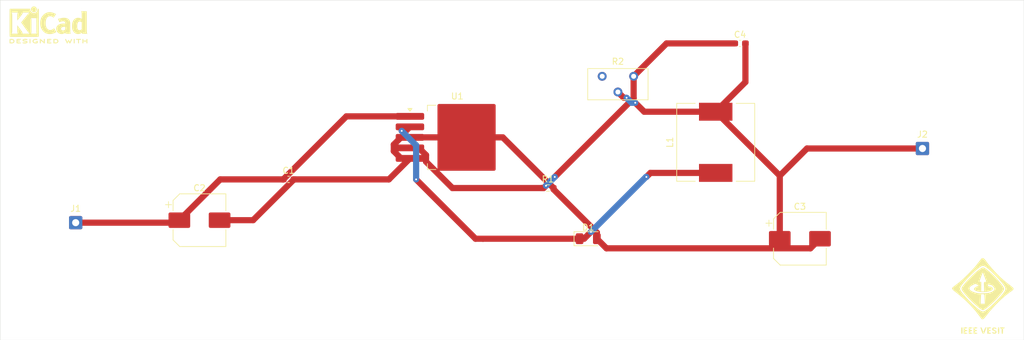
<source format=kicad_pcb>
(kicad_pcb (version 20241229) (generator "pcbnew") (generator_version "9.0")
  (layers (0 "F.Cu" signal) (2 "B.Cu" signal) (13 "F.Paste" user) (15 "B.Paste" user) (5 "F.SilkS" user "F.Silkscreen") (7 "B.SilkS" user "B.Silkscreen") (1 "F.Mask" user) (3 "B.Mask" user) (25 "Edge.Cuts" user))
  (net 0 "")
  (net 1 "Net-(J1-Pin_1)")
  (net 2 "GND")
  (net 3 "Net-(J2-Pin_1)")
  (net 4 "Net-(U1-FB)")
  (net 5 "Net-(D1-K)")
  (footprint "Connector_Wire:SolderWire-0.5sqmm_1x01_D0.9mm_OD2.1mm" (layer "F.Cu") (at 207.6 90.6)
    (property "Reference" "J2" (at 0 -2.28 0) (layer "F.SilkS"))
    (property "Value" "Screw_Terminal_01x02")
    (pad "1" thru_hole roundrect (at 0 0) (size 2.15 2.15) (drill 1.15) (layers "*.Cu" "*.Mask") (roundrect_rratio 0.116279) (net 3 "Net-(J2-Pin_1)"))
  )
  (footprint "Symbol:KiCad-Logo2_5mm_SilkScreen" (layer "F.Cu") (at 66.4 70.6)
    (property "Reference" "REF**" (hide yes))
    (property "Value" "KiCad-Logo2_5mm_SilkScreen" (hide yes))
  )
  (footprint "Inductor_SMD:L_12x12mm_H8mm" (layer "F.Cu") (at 174.2 89.6 90)
    (property "Reference" "L1" (at 0 -7.4 90) (layer "F.SilkS"))
    (property "Value" "470m")
    (pad "1" smd rect (at -4.95 0 90) (size 2.9 5.4) (layers "F.Cu" "F.Mask" "F.Paste") (net 5 "Net-(D1-K)"))
    (pad "2" smd rect (at 4.95 0 90) (size 2.9 5.4) (layers "F.Cu" "F.Mask" "F.Paste") (net 3 "Net-(J2-Pin_1)"))
  )
  (footprint "Capacitor_SMD:C_0603_1608Metric_Pad1.08x0.95mm_HandSolder" (layer "F.Cu") (at 105.2 95.6)
    (property "Reference" "C1" (at 0 -1.43 0) (layer "F.SilkS"))
    (property "Value" "100nF")
    (pad "1" smd roundrect (at -0.8625 0) (size 1.075 0.95) (layers "F.Cu" "F.Mask" "F.Paste") (net 1 "Net-(J1-Pin_1)"))
    (pad "2" smd roundrect (at 0.8625 0) (size 1.075 0.95) (layers "F.Cu" "F.Mask" "F.Paste") (net 2 "GND"))
  )
  (footprint "Capacitor_SMD:CP_Elec_8x10" (layer "F.Cu") (at 90.8 102.2)
    (property "Reference" "C2" (at 0 -5.2 0) (layer "F.SilkS"))
    (property "Value" "100uF")
    (pad "1" smd roundrect (at -3.25 0) (size 3.5 2.5) (layers "F.Cu" "F.Mask" "F.Paste") (roundrect_rratio 0.1) (net 1 "Net-(J1-Pin_1)"))
    (pad "2" smd roundrect (at 3.25 0) (size 3.5 2.5) (layers "F.Cu" "F.Mask" "F.Paste") (roundrect_rratio 0.1) (net 2 "GND"))
  )
  (footprint "LOGO" (layer "F.Cu") (at 217.6 114.8)
    (property "Reference" "REF**" (hide yes))
    (property "Value" "LOGO" (hide yes))
  )
  (footprint "Package_TO_SOT_SMD:TO-263-5_TabPin3" (layer "F.Cu") (at 132.45 88.8)
    (property "Reference" "U1" (at 0 -6.65 0) (layer "F.SilkS"))
    (property "Value" "LM2596S-ADJ")
    (pad "1" smd roundrect (at -7.65 -3.4) (size 4.6 1.1) (layers "F.Cu" "F.Mask" "F.Paste") (roundrect_rratio 0.227273) (net 1 "Net-(J1-Pin_1)"))
    (pad "2" smd roundrect (at -7.65 -1.7) (size 4.6 1.1) (layers "F.Cu" "F.Mask" "F.Paste") (roundrect_rratio 0.227273) (net 5 "Net-(D1-K)"))
    (pad "3" smd roundrect (at -7.65 0) (size 4.6 1.1) (layers "F.Cu" "F.Mask" "F.Paste") (roundrect_rratio 0.227273) (net 2 "GND"))
    (pad "3" smd roundrect (at 1.5 0) (size 9.4 10.8) (layers "F.Cu" "F.Mask") (roundrect_rratio 0.026596) (net 2 "GND"))
    (pad "4" smd roundrect (at -7.65 1.7) (size 4.6 1.1) (layers "F.Cu" "F.Mask" "F.Paste") (roundrect_rratio 0.227273) (net 4 "Net-(U1-FB)"))
    (pad "5" smd roundrect (at -7.65 3.4) (size 4.6 1.1) (layers "F.Cu" "F.Mask" "F.Paste") (roundrect_rratio 0.227273) (net 2 "GND"))
  )
  (footprint "Diode_SMD:D_1206_3216Metric" (layer "F.Cu") (at 153.6 105.2)
    (property "Reference" "D1" (at 0 -1.83 0) (layer "F.SilkS"))
    (property "Value" "1N5822")
    (pad "1" smd roundrect (at -1.4 0) (size 1.25 1.75) (layers "F.Cu" "F.Mask" "F.Paste") (roundrect_rratio 0.2) (net 5 "Net-(D1-K)"))
    (pad "2" smd roundrect (at 1.4 0) (size 1.25 1.75) (layers "F.Cu" "F.Mask" "F.Paste") (roundrect_rratio 0.2) (net 2 "GND"))
  )
  (footprint "Capacitor_SMD:CP_Elec_8x10" (layer "F.Cu") (at 187.8 105.2)
    (property "Reference" "C3" (at 0 -5.2 0) (layer "F.SilkS"))
    (property "Value" "220uF")
    (pad "1" smd roundrect (at -3.25 0) (size 3.5 2.5) (layers "F.Cu" "F.Mask" "F.Paste") (roundrect_rratio 0.1) (net 3 "Net-(J2-Pin_1)"))
    (pad "2" smd roundrect (at 3.25 0) (size 3.5 2.5) (layers "F.Cu" "F.Mask" "F.Paste") (roundrect_rratio 0.1) (net 2 "GND"))
  )
  (footprint "Potentiometer_THT:Potentiometer_Bourns_3296Y_Vertical" (layer "F.Cu") (at 160.94 78.92)
    (property "Reference" "R2" (at -2.54 -2.39 0) (layer "F.SilkS"))
    (property "Value" "103")
    (pad "1" thru_hole circle (at 0 0) (size 1.44 1.44) (drill 0.8) (layers "*.Cu" "*.Mask") (net 4 "Net-(U1-FB)"))
    (pad "2" thru_hole circle (at -2.54 2.54) (size 1.44 1.44) (drill 0.8) (layers "*.Cu" "*.Mask") (net 3 "Net-(J2-Pin_1)"))
    (pad "3" thru_hole circle (at -5.08 0) (size 1.44 1.44) (drill 0.8) (layers "*.Cu" "*.Mask"))
  )
  (footprint "Capacitor_SMD:C_0603_1608Metric_Pad1.08x0.95mm_HandSolder" (layer "F.Cu") (at 178.1375 73.6)
    (property "Reference" "C4" (at 0 -1.43 0) (layer "F.SilkS"))
    (property "Value" "100nF")
    (pad "1" smd roundrect (at -0.8625 0) (size 1.075 0.95) (layers "F.Cu" "F.Mask" "F.Paste") (net 4 "Net-(U1-FB)"))
    (pad "2" smd roundrect (at 0.8625 0) (size 1.075 0.95) (layers "F.Cu" "F.Mask" "F.Paste") (net 3 "Net-(J2-Pin_1)"))
  )
  (footprint "Connector_Wire:SolderWire-0.5sqmm_1x01_D0.9mm_OD2.1mm" (layer "F.Cu") (at 70.8 102.6)
    (property "Reference" "J1" (at 0 -2.28 0) (layer "F.SilkS"))
    (property "Value" "Screw_Terminal_01x02")
    (pad "1" thru_hole roundrect (at 0 0) (size 2.15 2.15) (drill 1.15) (layers "*.Cu" "*.Mask") (roundrect_rratio 0.116279) (net 1 "Net-(J1-Pin_1)"))
  )
  (footprint "Resistor_SMD:R_0603_1608Metric_Pad0.98x0.95mm_HandSolder" (layer "F.Cu") (at 147.0875 97)
    (property "Reference" "R1" (at 0 -1.43 0) (layer "F.SilkS"))
    (property "Value" "330")
    (pad "1" smd roundrect (at -0.9125 0) (size 0.975 0.95) (layers "F.Cu" "F.Mask" "F.Paste") (net 4 "Net-(U1-FB)"))
    (pad "2" smd roundrect (at 0.9125 0) (size 0.975 0.95) (layers "F.Cu" "F.Mask" "F.Paste") (net 2 "GND"))
  )
  (gr_rect (start 58.6 66.6) (end 224 121.6) (stroke (width 0.05)) (fill no) (layer "Edge.Cuts"))
  (segment (start 94.15 95.6) (end 104.3375 95.6) (width 1) (layers "F.Cu" "F.Mask") (net 1))
  (segment (start 104.3375 95.6) (end 114.5375 85.4) (width 1) (layers "F.Cu" "F.Mask") (net 1))
  (segment (start 87.15 102.6) (end 87.55 102.2) (width 1) (layer "F.Cu") (net 1))
  (segment (start 114.5375 85.4) (end 124.8 85.4) (width 1) (layers "F.Cu" "F.Mask") (net 1))
  (segment (start 87.55 102.2) (end 94.15 95.6) (width 1) (layers "F.Cu" "F.Mask") (net 1))
  (segment (start 70.8 102.6) (end 87.15 102.6) (width 1) (layers "F.Cu" "F.Mask") (net 1))
  (segment (start 121.4 95.6) (end 124.8 92.2) (width 1) (layers "F.Cu" "F.Mask") (net 2))
  (segment (start 122.199 89.96484) (end 123.36384 88.8) (width 1) (layers "F.Cu" "F.Mask") (net 2))
  (segment (start 148 97) (end 139.8 88.8) (width 1) (layers "F.Cu" "F.Mask") (net 2))
  (segment (start 124.8 92.2) (end 123.36384 92.2) (width 1) (layer "F.Cu") (net 2))
  (segment (start 189.499 106.751) (end 156.551 106.751) (width 1) (layers "F.Cu" "F.Mask") (net 2))
  (segment (start 124.8 88.8) (end 133.95 88.8) (width 1) (layers "F.Cu" "F.Mask") (net 2))
  (segment (start 123.36384 92.2) (end 122.199 91.03516) (width 1) (layers "F.Cu" "F.Mask") (net 2))
  (segment (start 148 97) (end 148 97.2) (width 1) (layer "F.Cu") (net 2))
  (segment (start 99.4625 102.2) (end 106.0625 95.6) (width 1) (layers "F.Cu" "F.Mask") (net 2))
  (segment (start 94.05 102.2) (end 99.4625 102.2) (width 1) (layers "F.Cu" "F.Mask") (net 2))
  (segment (start 122.199 91.03516) (end 122.199 89.96484) (width 1) (layers "F.Cu" "F.Mask") (net 2))
  (segment (start 139.8 88.8) (end 133.95 88.8) (width 1) (layers "F.Cu" "F.Mask") (net 2))
  (segment (start 156.551 106.751) (end 155 105.2) (width 1) (layers "F.Cu" "F.Mask") (net 2))
  (segment (start 123.36384 88.8) (end 124.8 88.8) (width 1) (layers "F.Cu" "F.Mask") (net 2))
  (segment (start 106.0625 95.6) (end 121.4 95.6) (width 1) (layers "F.Cu" "F.Mask") (net 2))
  (segment (start 155 104.2) (end 155 105.2) (width 1) (layer "F.Cu") (net 2))
  (segment (start 191.05 105.2) (end 189.499 106.751) (width 1) (layers "F.Cu" "F.Mask") (net 2))
  (segment (start 148 97.2) (end 155 104.2) (width 1) (layers "F.Cu" "F.Mask") (net 2))
  (segment (start 179 79.85) (end 174.2 84.65) (width 1) (layers "F.Cu" "F.Mask") (net 3))
  (segment (start 179 73.6) (end 179 79.85) (width 1) (layers "F.Cu" "F.Mask") (net 3))
  (segment (start 184.55 105.2) (end 184.55 95) (width 1) (layers "F.Cu" "F.Mask") (net 3))
  (segment (start 174.2 84.65) (end 162.65 84.65) (width 1) (layers "F.Cu" "F.Mask") (net 3))
  (segment (start 188.95 90.6) (end 184.55 95) (width 1) (layers "F.Cu" "F.Mask") (net 3))
  (segment (start 162.65 84.65) (end 161.2 83.2) (width 1) (layers "F.Cu" "F.Mask") (net 3))
  (segment (start 184.55 95) (end 174.2 84.65) (width 1) (layers "F.Cu" "F.Mask") (net 3))
  (segment (start 207.6 90.6) (end 188.95 90.6) (width 1) (layers "F.Cu" "F.Mask") (net 3))
  (segment (start 159.8 82.4) (end 159.34 82.4) (width 1) (layers "F.Cu" "F.Mask") (net 3))
  (segment (start 159.34 82.4) (end 158.4 81.46) (width 1) (layers "F.Cu" "F.Mask") (net 3))
  (via (at 161.2 83.2) (size 0.6) (drill 0.3) (layers "F.Cu" "B.Cu") (net 3))
  (via (at 159.8 82.4) (size 0.6) (drill 0.3) (layers "F.Cu" "B.Cu") (net 3))
  (segment (start 161.2 83.2) (end 160.6 83.2) (width 1) (layers "B.Cu" "B.Mask") (net 3))
  (segment (start 160.6 83.2) (end 159.8 82.4) (width 1) (layers "B.Cu" "B.Mask") (net 3))
  (segment (start 127.401 92.73516) (end 127.401 91.66484) (width 1) (layer "F.Cu") (net 4))
  (segment (start 160.94 82.46) (end 160.94 78.92) (width 1) (layers "F.Cu" "F.Mask") (net 4))
  (segment (start 177.275 73.6) (end 166.26 73.6) (width 1) (layers "F.Cu" "F.Mask") (net 4))
  (segment (start 131.66584 97) (end 127.401 92.73516) (width 1) (layers "F.Cu" "F.Mask") (net 4))
  (segment (start 127.401 91.66484) (end 126.23616 90.5) (width 1) (layer "F.Cu") (net 4))
  (segment (start 146.175 97) (end 131.66584 97) (width 1) (layers "F.Cu" "F.Mask") (net 4))
  (segment (start 148.2 95.2) (end 160.94 82.46) (width 1) (layers "F.Cu" "F.Mask") (net 4))
  (segment (start 126.23616 90.5) (end 124.8 90.5) (width 1) (layer "F.Cu") (net 4))
  (segment (start 146.4 97) (end 146.775735 96.624265) (width 1) (layer "F.Cu") (net 4))
  (segment (start 146.175 97) (end 146.4 97) (width 1) (layer "F.Cu") (net 4))
  (segment (start 166.26 73.6) (end 160.94 78.92) (width 1) (layers "F.Cu" "F.Mask") (net 4))
  (via (at 146.775735 96.624265) (size 0.6) (drill 0.3) (layers "F.Cu" "B.Cu") (net 4))
  (via (at 148.2 95.2) (size 0.6) (drill 0.3) (layers "F.Cu" "B.Cu") (net 4))
  (segment (start 146.775735 96.624265) (end 148.2 95.2) (width 1) (layers "B.Cu" "B.Mask") (net 4))
  (segment (start 152.939566 105.2) (end 154.04462 104.094946) (width 1) (layers "F.Cu" "F.Mask") (net 5))
  (segment (start 163 95.2) (end 163.65 94.55) (width 1) (layers "F.Cu" "F.Mask") (net 5))
  (segment (start 163.65 94.55) (end 174.2 94.55) (width 1) (layers "F.Cu" "F.Mask") (net 5))
  (segment (start 123.470589 87.75) (end 124.15 87.75) (width 1) (layer "F.Cu") (net 5))
  (segment (start 152.2 105.2) (end 136.6 105.2) (width 1) (layers "F.Cu" "F.Mask") (net 5))
  (segment (start 135.4 105.2) (end 125.8 95.6) (width 1) (layers "F.Cu" "F.Mask") (net 5))
  (segment (start 136.6 105.2) (end 135.4 105.2) (width 1) (layer "F.Cu") (net 5))
  (segment (start 124.15 87.75) (end 124.8 87.1) (width 1) (layer "F.Cu") (net 5))
  (segment (start 152.2 105.2) (end 152.939566 105.2) (width 1) (layers "F.Cu" "F.Mask") (net 5))
  (via (at 163 95.2) (size 0.6) (drill 0.3) (layers "F.Cu" "B.Cu") (net 5))
  (via (at 125.8 95.6) (size 0.6) (drill 0.3) (layers "F.Cu" "B.Cu") (net 5))
  (via (at 123.470589 87.75) (size 0.6) (drill 0.3) (layers "F.Cu" "B.Cu") (net 5))
  (via (at 154.04462 104.094946) (size 0.6) (drill 0.3) (layers "F.Cu" "B.Cu") (net 5))
  (segment (start 154.04462 104.094946) (end 162.939566 95.2) (width 1) (layers "B.Cu" "B.Mask") (net 5))
  (segment (start 162.939566 95.2) (end 163 95.2) (width 1) (layer "B.Cu") (net 5))
  (segment (start 125.8 95.6) (end 125.8 90.079411) (width 1) (layers "B.Cu" "B.Mask") (net 5))
  (segment (start 125.8 90.079411) (end 123.470589 87.75) (width 1) (layers "B.Cu" "B.Mask") (net 5))
)
</source>
